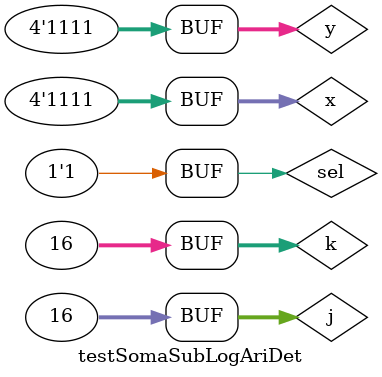
<source format=v>

module MS (Soma, Cout, x, y);

output Cout, Soma;
input x, y;

xor XOR1 (Soma, x, y);
and AND1 (Cout, x, y);

endmodule // MS

module SC (Soma1, Cout1, x1, y1, Cin);

output Cout1, Soma1;
input x1, y1, Cin;
wire t1, t2, t3;

MS MS1 (t2, t1, x1, y1);
MS MS2 (Soma1, t3, Cin, t2);
or Or1 (Cout1, t3, t1);

endmodule // SC

module compLogico (s, a, b);

output s;
input [3:0]a;
input [3:0]b;
wire t1, t2, t3, t4;

xnor XNOR1 (t1, a[0], b[0]);
xnor XNOR2 (t2, a[1], b[1]);
xnor XNOR3 (t3, a[2], b[2]);
xnor XNOR4 (t4, a[3], b[3]);
and AND1 (s, t1, t2, t3, t4);

endmodule // compLogico

module compAritmetico (menor, maior, a, b);

output menor, maior;
input [3:0]a;
input [3:0]b;
wire t[0:7];
wire t1, t2, t3, t4;


xnor XNOR2 (t2, a[1], b[1]);
xnor XNOR3 (t3, a[2], b[2]);
xnor XNOR4 (t4, a[3], b[3]);

and AND1 (t[0], a[0], ~b[0], t4, t3, t2);
and AND2 (t[1], a[1], ~b[1], t4, t3);
and AND3 (t[2], a[2], ~b[2], t4);
and AND4 (t[3], a[3], ~b[3]);

or OR1 (maior, t[0], t[1], t[2], t[3]);

and AND5 (t[4], ~a[0], b[0], t4, t3, t2);
and AND6 (t[5], ~a[1], b[1], t4, t3);
and AND7 (t[6], ~a[2], b[2], t4);
and AND8 (t[7], ~a[3], b[3]);

or OR2 (menor, t[4], t[5], t[6], t[7]);

endmodule // compAritmetico


module SomaSubLogAriDet (s2 ,maior, menor, s1, s, vout, a, b, sel);

output vout, s1, maior, menor, s2; 
output [3:0]s;
input sel;
input [3:0]a;
input [3:0]b; 
wire v[0:6];

xor XOR1 (v[0], sel, b[0]);
xor XOR2 (v[1], sel, b[1]);
xor XOR3 (v[2], sel, b[2]);
xor XOR4 (v[3], sel, b[3]);

SC SC0 (s[0], v[4], a[0], v[0], sel);
SC SC1 (s[1], v[5], a[1], v[1], v[4]);
SC SC2 (s[2], v[6], a[2], v[2], v[5]);
SC SC3 (s[3], vout, a[3], v[3], v[6]);

and AND1 (s2, sel, ~vout);

compLogico compLogico1 (s1, a, b);

compAritmetico CA (menor, maior, a, b);

endmodule // SomaSubLogAriDet


// -- test Somador subtrator 4 bits detector

module testSomaSubLogAriDet;

reg [3:0]x;
reg [3:0]y;
reg sel;
wire [3:0]s;
wire s1, s2;
wire cout, maior, menor;
integer j, k;

// instancia 
SomaSubLogAriDet DET1 (s2 ,maior, menor, s1, s, cout, x, y, sel);

// parte principal

initial begin
sel = 0;
x = 0;
y = 0;
j = 0;

end

 initial begin 
 
      $display("Test Somador Completo 4 bits com comparador logico e aritmetico e detector\n");      
		$display("\nSel    a      b      Cout  Soma/Subt  a = b      a > b   a < b  detector\n");
      $monitor("%b     %4b    %4b     %b     %4b       %b          %b       %b       %b" , sel, x, y, cout, s, s1, maior, menor, s2);
		
		for (j = 0; j < 16; j = j + 1) begin
					
			#1 x = j;		
													
				for (k = 0; k < 16; k = k + 1) begin
		
					#1 y = k; 					
								
			   end
				
		   end
					
			for (j = 0; j < 16; j = j + 1) begin
					
			#1 x = j; sel = 1;
													
				for (k = 0; k < 16; k = k + 1) begin
		
					#1 y = k; 					
								
			   end
		
	   end		
				
  end
 
endmodule // testSomaSubLogAri 


</source>
